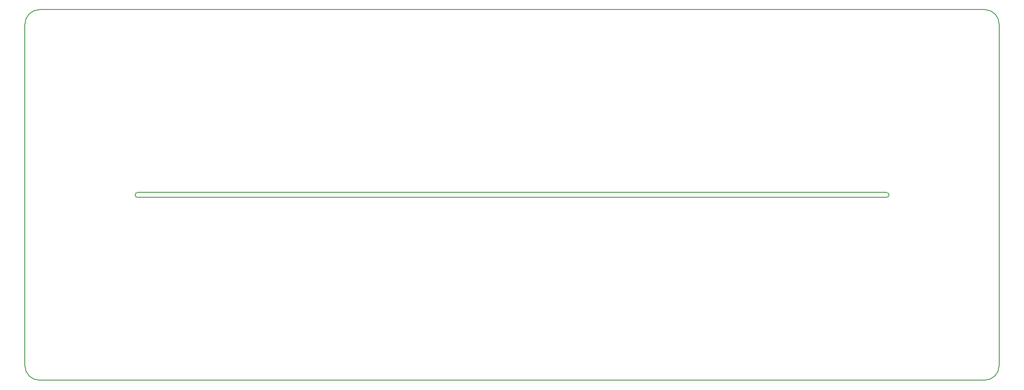
<source format=gbr>
%TF.GenerationSoftware,KiCad,Pcbnew,(6.0.10-0)*%
%TF.CreationDate,2023-01-05T17:16:11+09:00*%
%TF.ProjectId,Tiny Dimply Qazy,54696e79-2044-4696-9d70-6c792051617a,rev?*%
%TF.SameCoordinates,Original*%
%TF.FileFunction,Profile,NP*%
%FSLAX46Y46*%
G04 Gerber Fmt 4.6, Leading zero omitted, Abs format (unit mm)*
G04 Created by KiCad (PCBNEW (6.0.10-0)) date 2023-01-05 17:16:11*
%MOMM*%
%LPD*%
G01*
G04 APERTURE LIST*
%TA.AperFunction,Profile*%
%ADD10C,0.200000*%
%TD*%
G04 APERTURE END LIST*
D10*
X42687500Y-55562500D02*
G75*
G03*
X39687500Y-58562500I0J-3000000D01*
G01*
X236712500Y-131762500D02*
G75*
G03*
X239712500Y-128762500I0J3000000D01*
G01*
X216590625Y-93162500D02*
X62809375Y-93162500D01*
X239712500Y-58562500D02*
X239712500Y-128762500D01*
X239712500Y-58562500D02*
G75*
G03*
X236712500Y-55562500I-3000000J0D01*
G01*
X216590625Y-94162500D02*
G75*
G03*
X216590625Y-93162500I-25J500000D01*
G01*
X236712500Y-131762500D02*
X42687500Y-131762500D01*
X42687500Y-55562500D02*
X236712500Y-55562500D01*
X62809375Y-93162500D02*
G75*
G03*
X62809375Y-94162500I25J-500000D01*
G01*
X39687500Y-128762500D02*
X39687500Y-58562500D01*
X62809375Y-94162500D02*
X216590625Y-94162500D01*
X39687500Y-128762500D02*
G75*
G03*
X42687500Y-131762500I3000000J0D01*
G01*
M02*

</source>
